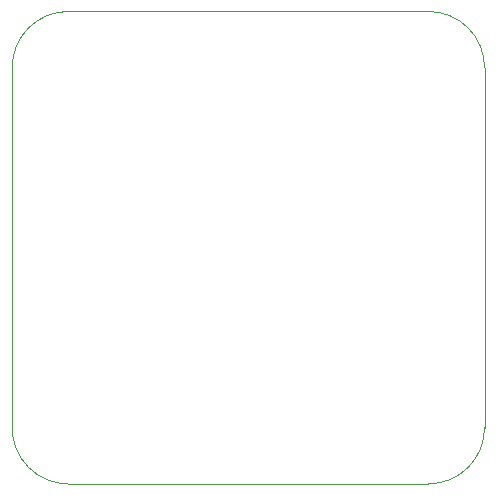
<source format=gbr>
%TF.GenerationSoftware,KiCad,Pcbnew,9.0.4*%
%TF.CreationDate,2026-01-28T15:28:05+01:00*%
%TF.ProjectId,ShiroFPV_Flight_Controller,53686972-6f46-4505-965f-466c69676874,2026-01-27*%
%TF.SameCoordinates,PX7bfa480PYb532b80*%
%TF.FileFunction,Profile,NP*%
%FSLAX46Y46*%
G04 Gerber Fmt 4.6, Leading zero omitted, Abs format (unit mm)*
G04 Created by KiCad (PCBNEW 9.0.4) date 2026-01-28 15:28:05*
%MOMM*%
%LPD*%
G01*
G04 APERTURE LIST*
%TA.AperFunction,Profile*%
%ADD10C,0.050000*%
%TD*%
G04 APERTURE END LIST*
D10*
X-83363148Y113367500D02*
X-52863148Y113367500D01*
X-48113148Y118117500D02*
X-48113148Y148617500D01*
X-83363148Y113367500D02*
G75*
G02*
X-88113150Y118117499I-2J4750000D01*
G01*
X-48113148Y118117500D02*
G75*
G02*
X-52863148Y113367548I-4749952J0D01*
G01*
X-88113148Y148617500D02*
X-88113148Y118117499D01*
X-52863148Y153367500D02*
G75*
G02*
X-48113100Y148617500I48J-4750000D01*
G01*
X-52863148Y153367500D02*
X-83363148Y153367500D01*
X-88113148Y148617500D02*
G75*
G02*
X-83363148Y153367498I4749998J0D01*
G01*
M02*

</source>
